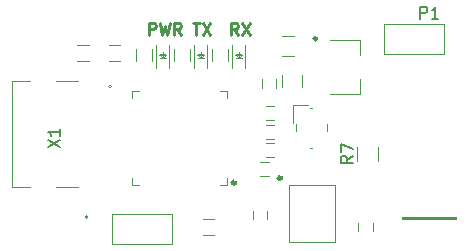
<source format=gto>
%TF.GenerationSoftware,KiCad,Pcbnew,7.0.5*%
%TF.CreationDate,2023-06-19T14:48:00+02:00*%
%TF.ProjectId,candleLightfd-S01,63616e64-6c65-44c6-9967-687466642d53,R01*%
%TF.SameCoordinates,Original*%
%TF.FileFunction,Legend,Top*%
%TF.FilePolarity,Positive*%
%FSLAX46Y46*%
G04 Gerber Fmt 4.6, Leading zero omitted, Abs format (unit mm)*
G04 Created by KiCad (PCBNEW 7.0.5) date 2023-06-19 14:48:00*
%MOMM*%
%LPD*%
G01*
G04 APERTURE LIST*
%ADD10C,0.250000*%
%ADD11C,0.150000*%
%ADD12C,0.120000*%
%ADD13C,0.260000*%
%ADD14C,0.300000*%
%ADD15C,0.100000*%
G04 APERTURE END LIST*
D10*
X119933333Y-121249619D02*
X119600000Y-120773428D01*
X119361905Y-121249619D02*
X119361905Y-120249619D01*
X119361905Y-120249619D02*
X119742857Y-120249619D01*
X119742857Y-120249619D02*
X119838095Y-120297238D01*
X119838095Y-120297238D02*
X119885714Y-120344857D01*
X119885714Y-120344857D02*
X119933333Y-120440095D01*
X119933333Y-120440095D02*
X119933333Y-120582952D01*
X119933333Y-120582952D02*
X119885714Y-120678190D01*
X119885714Y-120678190D02*
X119838095Y-120725809D01*
X119838095Y-120725809D02*
X119742857Y-120773428D01*
X119742857Y-120773428D02*
X119361905Y-120773428D01*
X120266667Y-120249619D02*
X120933333Y-121249619D01*
X120933333Y-120249619D02*
X120266667Y-121249619D01*
X112416667Y-121249619D02*
X112416667Y-120249619D01*
X112416667Y-120249619D02*
X112797619Y-120249619D01*
X112797619Y-120249619D02*
X112892857Y-120297238D01*
X112892857Y-120297238D02*
X112940476Y-120344857D01*
X112940476Y-120344857D02*
X112988095Y-120440095D01*
X112988095Y-120440095D02*
X112988095Y-120582952D01*
X112988095Y-120582952D02*
X112940476Y-120678190D01*
X112940476Y-120678190D02*
X112892857Y-120725809D01*
X112892857Y-120725809D02*
X112797619Y-120773428D01*
X112797619Y-120773428D02*
X112416667Y-120773428D01*
X113321429Y-120249619D02*
X113559524Y-121249619D01*
X113559524Y-121249619D02*
X113750000Y-120535333D01*
X113750000Y-120535333D02*
X113940476Y-121249619D01*
X113940476Y-121249619D02*
X114178572Y-120249619D01*
X115130952Y-121249619D02*
X114797619Y-120773428D01*
X114559524Y-121249619D02*
X114559524Y-120249619D01*
X114559524Y-120249619D02*
X114940476Y-120249619D01*
X114940476Y-120249619D02*
X115035714Y-120297238D01*
X115035714Y-120297238D02*
X115083333Y-120344857D01*
X115083333Y-120344857D02*
X115130952Y-120440095D01*
X115130952Y-120440095D02*
X115130952Y-120582952D01*
X115130952Y-120582952D02*
X115083333Y-120678190D01*
X115083333Y-120678190D02*
X115035714Y-120725809D01*
X115035714Y-120725809D02*
X114940476Y-120773428D01*
X114940476Y-120773428D02*
X114559524Y-120773428D01*
X116138095Y-120249619D02*
X116709523Y-120249619D01*
X116423809Y-121249619D02*
X116423809Y-120249619D01*
X116947619Y-120249619D02*
X117614285Y-121249619D01*
X117614285Y-120249619D02*
X116947619Y-121249619D01*
D11*
%TO.C,X1*%
X103854819Y-130809523D02*
X104854819Y-130142857D01*
X103854819Y-130142857D02*
X104854819Y-130809523D01*
X104854819Y-129238095D02*
X104854819Y-129809523D01*
X104854819Y-129523809D02*
X103854819Y-129523809D01*
X103854819Y-129523809D02*
X103997676Y-129619047D01*
X103997676Y-129619047D02*
X104092914Y-129714285D01*
X104092914Y-129714285D02*
X104140533Y-129809523D01*
%TO.C,P1*%
X135401905Y-119904819D02*
X135401905Y-118904819D01*
X135401905Y-118904819D02*
X135782857Y-118904819D01*
X135782857Y-118904819D02*
X135878095Y-118952438D01*
X135878095Y-118952438D02*
X135925714Y-119000057D01*
X135925714Y-119000057D02*
X135973333Y-119095295D01*
X135973333Y-119095295D02*
X135973333Y-119238152D01*
X135973333Y-119238152D02*
X135925714Y-119333390D01*
X135925714Y-119333390D02*
X135878095Y-119381009D01*
X135878095Y-119381009D02*
X135782857Y-119428628D01*
X135782857Y-119428628D02*
X135401905Y-119428628D01*
X136925714Y-119904819D02*
X136354286Y-119904819D01*
X136640000Y-119904819D02*
X136640000Y-118904819D01*
X136640000Y-118904819D02*
X136544762Y-119047676D01*
X136544762Y-119047676D02*
X136449524Y-119142914D01*
X136449524Y-119142914D02*
X136354286Y-119190533D01*
%TO.C,R7*%
X129654819Y-131516666D02*
X129178628Y-131849999D01*
X129654819Y-132088094D02*
X128654819Y-132088094D01*
X128654819Y-132088094D02*
X128654819Y-131707142D01*
X128654819Y-131707142D02*
X128702438Y-131611904D01*
X128702438Y-131611904D02*
X128750057Y-131564285D01*
X128750057Y-131564285D02*
X128845295Y-131516666D01*
X128845295Y-131516666D02*
X128988152Y-131516666D01*
X128988152Y-131516666D02*
X129083390Y-131564285D01*
X129083390Y-131564285D02*
X129131009Y-131611904D01*
X129131009Y-131611904D02*
X129178628Y-131707142D01*
X129178628Y-131707142D02*
X129178628Y-132088094D01*
X128654819Y-131183332D02*
X128654819Y-130516666D01*
X128654819Y-130516666D02*
X129654819Y-130945237D01*
%TO.C,X3*%
X107175000Y-136700000D02*
G75*
G03*
X107175000Y-136700000I-75000J0D01*
G01*
D12*
%TO.C,R2*%
X110000000Y-123475000D02*
X109000000Y-123475000D01*
X109000000Y-122125000D02*
X110000000Y-122125000D01*
%TO.C,C2*%
X123000000Y-128500000D02*
X122300000Y-128500000D01*
X122300000Y-127300000D02*
X123000000Y-127300000D01*
%TO.C,C8*%
X130150000Y-137900000D02*
X130150000Y-137200000D01*
X131350000Y-137200000D02*
X131350000Y-137900000D01*
%TO.C,R1*%
X106350000Y-122125000D02*
X107350000Y-122125000D01*
X107350000Y-123475000D02*
X106350000Y-123475000D01*
%TO.C,C4*%
X121850000Y-132000000D02*
X122550000Y-132000000D01*
X122550000Y-133200000D02*
X121850000Y-133200000D01*
%TO.C,D1*%
X116250000Y-124050000D02*
X116250000Y-122150000D01*
X117350000Y-124050000D02*
X117350000Y-122150000D01*
X116550000Y-123200000D02*
X117050000Y-123200000D01*
X116800000Y-123200000D02*
X116550000Y-122950000D01*
X116800000Y-123150000D02*
X116800000Y-122700000D01*
D11*
X116550000Y-122950000D02*
X117050000Y-122950000D01*
D12*
X117050000Y-122950000D02*
X116800000Y-123200000D01*
%TO.C,R6*%
X117950000Y-138225000D02*
X116950000Y-138225000D01*
X116950000Y-136875000D02*
X117950000Y-136875000D01*
%TO.C,C6*%
X124700000Y-121400000D02*
X123700000Y-121400000D01*
X123700000Y-123100000D02*
X124700000Y-123100000D01*
%TO.C,U2*%
X130300000Y-121700000D02*
X127700000Y-121700000D01*
X130300000Y-121700000D02*
X130300000Y-123000000D01*
X130300000Y-126300000D02*
X127700000Y-126300000D01*
X130300000Y-126300000D02*
X130300000Y-125000000D01*
D13*
X126630000Y-121600000D02*
G75*
G03*
X126630000Y-121600000I-130000J0D01*
G01*
D12*
%TO.C,C1*%
X123000000Y-130100000D02*
X122300000Y-130100000D01*
X122300000Y-128900000D02*
X123000000Y-128900000D01*
%TO.C,U1*%
X111000000Y-134000000D02*
X111600000Y-134000000D01*
X118400000Y-134000000D02*
X119000000Y-134000000D01*
X119000000Y-134000000D02*
X119000000Y-133400000D01*
X111000000Y-133400000D02*
X111000000Y-134000000D01*
X119000000Y-126600000D02*
X119000000Y-126000000D01*
X111000000Y-126000000D02*
X111000000Y-126600000D01*
X111600000Y-126000000D02*
X111000000Y-126000000D01*
X119000000Y-126000000D02*
X118400000Y-126000000D01*
D14*
X119741421Y-133800000D02*
G75*
G03*
X119741421Y-133800000I-141421J0D01*
G01*
D12*
%TO.C,C5*%
X122300000Y-130450000D02*
X123000000Y-130450000D01*
X123000000Y-131650000D02*
X122300000Y-131650000D01*
%TO.C,X1*%
X104505000Y-125150000D02*
X106405000Y-125150000D01*
X100805000Y-125150000D02*
X102305000Y-125150000D01*
X106405000Y-134150000D02*
X104505000Y-134150000D01*
X102305000Y-134150000D02*
X100805000Y-134150000D01*
X100805000Y-134150000D02*
X100805000Y-125150000D01*
X109205000Y-125650000D02*
G75*
G03*
X109205000Y-125650000I-100000J0D01*
G01*
D15*
%TO.C,X2*%
X138400000Y-136700000D02*
X133800000Y-136700000D01*
X133800000Y-136700000D02*
X133800000Y-136900000D01*
X133800000Y-136900000D02*
X138400000Y-136900000D01*
X138400000Y-136900000D02*
X138400000Y-136700000D01*
G36*
X138400000Y-136700000D02*
G01*
X133800000Y-136700000D01*
X133800000Y-136900000D01*
X138400000Y-136900000D01*
X138400000Y-136700000D01*
G37*
D12*
%TO.C,C3*%
X121950000Y-125750000D02*
X121950000Y-125050000D01*
X123150000Y-125050000D02*
X123150000Y-125750000D01*
%TO.C,Y1*%
X124600000Y-127200000D02*
X125850000Y-127200000D01*
X124600000Y-127200000D02*
X124600000Y-128700000D01*
X126050000Y-127450000D02*
X126250000Y-127450000D01*
X127450000Y-128850000D02*
X127450000Y-129450000D01*
X124850000Y-128850000D02*
X124850000Y-129450000D01*
X126050000Y-130850000D02*
X126250000Y-130850000D01*
%TO.C,R3*%
X115875000Y-122450000D02*
X115875000Y-123450000D01*
X114525000Y-123450000D02*
X114525000Y-122450000D01*
%TO.C,U3*%
X124250000Y-133950000D02*
X124250000Y-138850000D01*
X124250000Y-133950000D02*
X128150000Y-133950000D01*
X124250000Y-138850000D02*
X128150000Y-138850000D01*
X128150000Y-133950000D02*
X128150000Y-138850000D01*
D14*
X123641421Y-133400000D02*
G75*
G03*
X123641421Y-133400000I-141421J0D01*
G01*
D15*
%TO.C,P2*%
X109310000Y-139020000D02*
X109310000Y-136480000D01*
X114390000Y-136480000D02*
X109310000Y-136480000D01*
X114390000Y-139020000D02*
X109310000Y-139020000D01*
X114390000Y-139020000D02*
X114390000Y-136480000D01*
D12*
%TO.C,C7*%
X125400000Y-125650000D02*
X125400000Y-124650000D01*
X123700000Y-124650000D02*
X123700000Y-125650000D01*
D15*
%TO.C,P1*%
X132330000Y-122920000D02*
X132330000Y-120380000D01*
X137410000Y-120380000D02*
X132330000Y-120380000D01*
X137410000Y-122920000D02*
X132330000Y-122920000D01*
X137410000Y-122920000D02*
X137410000Y-120380000D01*
D12*
%TO.C,C10*%
X121200000Y-136850000D02*
X121200000Y-136150000D01*
X122400000Y-136150000D02*
X122400000Y-136850000D01*
%TO.C,D2*%
X119450000Y-124050000D02*
X119450000Y-122150000D01*
X120550000Y-124050000D02*
X120550000Y-122150000D01*
X119750000Y-123200000D02*
X120250000Y-123200000D01*
X120000000Y-123200000D02*
X119750000Y-122950000D01*
X120000000Y-123150000D02*
X120000000Y-122700000D01*
D11*
X119750000Y-122950000D02*
X120250000Y-122950000D01*
D12*
X120250000Y-122950000D02*
X120000000Y-123200000D01*
%TO.C,R5*%
X112675000Y-122450000D02*
X112675000Y-123450000D01*
X111325000Y-123450000D02*
X111325000Y-122450000D01*
%TO.C,R7*%
X131775000Y-130750000D02*
X131775000Y-131950000D01*
X130025000Y-131950000D02*
X130025000Y-130750000D01*
%TO.C,R4*%
X119075000Y-122450000D02*
X119075000Y-123450000D01*
X117725000Y-123450000D02*
X117725000Y-122450000D01*
%TO.C,D3*%
X113050000Y-124050000D02*
X113050000Y-122150000D01*
X114150000Y-124050000D02*
X114150000Y-122150000D01*
X113350000Y-123200000D02*
X113850000Y-123200000D01*
X113600000Y-123200000D02*
X113350000Y-122950000D01*
X113600000Y-123150000D02*
X113600000Y-122700000D01*
D11*
X113350000Y-122950000D02*
X113850000Y-122950000D01*
D12*
X113850000Y-122950000D02*
X113600000Y-123200000D01*
%TD*%
M02*

</source>
